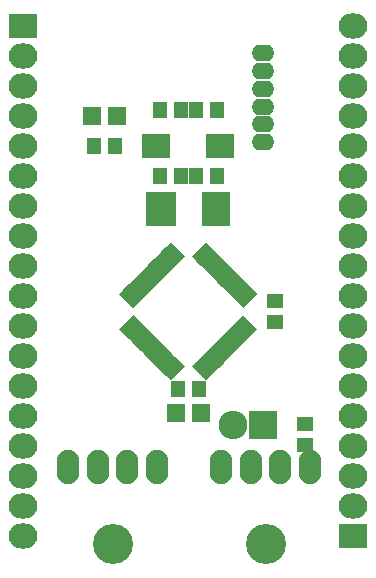
<source format=gbr>
G04 #@! TF.FileFunction,Soldermask,Top*
%FSLAX46Y46*%
G04 Gerber Fmt 4.6, Leading zero omitted, Abs format (unit mm)*
G04 Created by KiCad (PCBNEW 4.0.4-stable) date 11/06/16 21:39:48*
%MOMM*%
%LPD*%
G01*
G04 APERTURE LIST*
%ADD10C,0.100000*%
%ADD11R,1.200000X1.400000*%
%ADD12R,1.598880X1.598880*%
%ADD13O,1.900000X2.900000*%
%ADD14C,3.400000*%
%ADD15R,1.400000X1.200000*%
%ADD16R,2.400000X2.000000*%
%ADD17R,2.600000X3.000000*%
%ADD18R,2.400000X3.000000*%
%ADD19O,1.924000X1.400000*%
%ADD20R,2.432000X2.127200*%
%ADD21O,2.432000X2.127200*%
%ADD22R,2.432000X2.432000*%
%ADD23O,2.432000X2.432000*%
G04 APERTURE END LIST*
D10*
D11*
X14086000Y-9652000D03*
X15886000Y-9652000D03*
X14086000Y-15240000D03*
X15886000Y-15240000D03*
X18934000Y-15240000D03*
X17134000Y-15240000D03*
D12*
X17559020Y-35306000D03*
X15460980Y-35306000D03*
X8348980Y-10160000D03*
X10447020Y-10160000D03*
D13*
X6350000Y-39878000D03*
X8850000Y-39878000D03*
X11350000Y-39878000D03*
X13850000Y-39878000D03*
D14*
X10100000Y-46378000D03*
D13*
X19304000Y-39878000D03*
X21804000Y-39878000D03*
X24304000Y-39878000D03*
X26804000Y-39878000D03*
D14*
X23054000Y-46378000D03*
D11*
X18934000Y-9652000D03*
X17134000Y-9652000D03*
D15*
X23876000Y-27570000D03*
X23876000Y-25770000D03*
D11*
X17410000Y-33274000D03*
X15610000Y-33274000D03*
X8498000Y-12700000D03*
X10298000Y-12700000D03*
D16*
X19210000Y-12700000D03*
X13810000Y-12700000D03*
D10*
G36*
X14547779Y-21278311D02*
X15007398Y-20818692D01*
X16209479Y-22020773D01*
X15749860Y-22480392D01*
X14547779Y-21278311D01*
X14547779Y-21278311D01*
G37*
G36*
X14194226Y-21631864D02*
X14653845Y-21172245D01*
X15855926Y-22374326D01*
X15396307Y-22833945D01*
X14194226Y-21631864D01*
X14194226Y-21631864D01*
G37*
G36*
X13840672Y-21985418D02*
X14300291Y-21525799D01*
X15502372Y-22727880D01*
X15042753Y-23187499D01*
X13840672Y-21985418D01*
X13840672Y-21985418D01*
G37*
G36*
X13487119Y-22338971D02*
X13946738Y-21879352D01*
X15148819Y-23081433D01*
X14689200Y-23541052D01*
X13487119Y-22338971D01*
X13487119Y-22338971D01*
G37*
G36*
X13133566Y-22692524D02*
X13593185Y-22232905D01*
X14795266Y-23434986D01*
X14335647Y-23894605D01*
X13133566Y-22692524D01*
X13133566Y-22692524D01*
G37*
G36*
X12780012Y-23046078D02*
X13239631Y-22586459D01*
X14441712Y-23788540D01*
X13982093Y-24248159D01*
X12780012Y-23046078D01*
X12780012Y-23046078D01*
G37*
G36*
X12426459Y-23399631D02*
X12886078Y-22940012D01*
X14088159Y-24142093D01*
X13628540Y-24601712D01*
X12426459Y-23399631D01*
X12426459Y-23399631D01*
G37*
G36*
X12072905Y-23753185D02*
X12532524Y-23293566D01*
X13734605Y-24495647D01*
X13274986Y-24955266D01*
X12072905Y-23753185D01*
X12072905Y-23753185D01*
G37*
G36*
X11719352Y-24106738D02*
X12178971Y-23647119D01*
X13381052Y-24849200D01*
X12921433Y-25308819D01*
X11719352Y-24106738D01*
X11719352Y-24106738D01*
G37*
G36*
X11365799Y-24460291D02*
X11825418Y-24000672D01*
X13027499Y-25202753D01*
X12567880Y-25662372D01*
X11365799Y-24460291D01*
X11365799Y-24460291D01*
G37*
G36*
X11012245Y-24813845D02*
X11471864Y-24354226D01*
X12673945Y-25556307D01*
X12214326Y-26015926D01*
X11012245Y-24813845D01*
X11012245Y-24813845D01*
G37*
G36*
X10658692Y-25167398D02*
X11118311Y-24707779D01*
X12320392Y-25909860D01*
X11860773Y-26369479D01*
X10658692Y-25167398D01*
X10658692Y-25167398D01*
G37*
G36*
X11118311Y-28632221D02*
X10658692Y-28172602D01*
X11860773Y-26970521D01*
X12320392Y-27430140D01*
X11118311Y-28632221D01*
X11118311Y-28632221D01*
G37*
G36*
X11471864Y-28985774D02*
X11012245Y-28526155D01*
X12214326Y-27324074D01*
X12673945Y-27783693D01*
X11471864Y-28985774D01*
X11471864Y-28985774D01*
G37*
G36*
X11825418Y-29339328D02*
X11365799Y-28879709D01*
X12567880Y-27677628D01*
X13027499Y-28137247D01*
X11825418Y-29339328D01*
X11825418Y-29339328D01*
G37*
G36*
X12178971Y-29692881D02*
X11719352Y-29233262D01*
X12921433Y-28031181D01*
X13381052Y-28490800D01*
X12178971Y-29692881D01*
X12178971Y-29692881D01*
G37*
G36*
X12532524Y-30046434D02*
X12072905Y-29586815D01*
X13274986Y-28384734D01*
X13734605Y-28844353D01*
X12532524Y-30046434D01*
X12532524Y-30046434D01*
G37*
G36*
X12886078Y-30399988D02*
X12426459Y-29940369D01*
X13628540Y-28738288D01*
X14088159Y-29197907D01*
X12886078Y-30399988D01*
X12886078Y-30399988D01*
G37*
G36*
X13239631Y-30753541D02*
X12780012Y-30293922D01*
X13982093Y-29091841D01*
X14441712Y-29551460D01*
X13239631Y-30753541D01*
X13239631Y-30753541D01*
G37*
G36*
X13593185Y-31107095D02*
X13133566Y-30647476D01*
X14335647Y-29445395D01*
X14795266Y-29905014D01*
X13593185Y-31107095D01*
X13593185Y-31107095D01*
G37*
G36*
X13946738Y-31460648D02*
X13487119Y-31001029D01*
X14689200Y-29798948D01*
X15148819Y-30258567D01*
X13946738Y-31460648D01*
X13946738Y-31460648D01*
G37*
G36*
X14300291Y-31814201D02*
X13840672Y-31354582D01*
X15042753Y-30152501D01*
X15502372Y-30612120D01*
X14300291Y-31814201D01*
X14300291Y-31814201D01*
G37*
G36*
X14653845Y-32167755D02*
X14194226Y-31708136D01*
X15396307Y-30506055D01*
X15855926Y-30965674D01*
X14653845Y-32167755D01*
X14653845Y-32167755D01*
G37*
G36*
X15007398Y-32521308D02*
X14547779Y-32061689D01*
X15749860Y-30859608D01*
X16209479Y-31319227D01*
X15007398Y-32521308D01*
X15007398Y-32521308D01*
G37*
G36*
X16810521Y-31319227D02*
X17270140Y-30859608D01*
X18472221Y-32061689D01*
X18012602Y-32521308D01*
X16810521Y-31319227D01*
X16810521Y-31319227D01*
G37*
G36*
X17164074Y-30965674D02*
X17623693Y-30506055D01*
X18825774Y-31708136D01*
X18366155Y-32167755D01*
X17164074Y-30965674D01*
X17164074Y-30965674D01*
G37*
G36*
X17517628Y-30612120D02*
X17977247Y-30152501D01*
X19179328Y-31354582D01*
X18719709Y-31814201D01*
X17517628Y-30612120D01*
X17517628Y-30612120D01*
G37*
G36*
X17871181Y-30258567D02*
X18330800Y-29798948D01*
X19532881Y-31001029D01*
X19073262Y-31460648D01*
X17871181Y-30258567D01*
X17871181Y-30258567D01*
G37*
G36*
X18224734Y-29905014D02*
X18684353Y-29445395D01*
X19886434Y-30647476D01*
X19426815Y-31107095D01*
X18224734Y-29905014D01*
X18224734Y-29905014D01*
G37*
G36*
X18578288Y-29551460D02*
X19037907Y-29091841D01*
X20239988Y-30293922D01*
X19780369Y-30753541D01*
X18578288Y-29551460D01*
X18578288Y-29551460D01*
G37*
G36*
X18931841Y-29197907D02*
X19391460Y-28738288D01*
X20593541Y-29940369D01*
X20133922Y-30399988D01*
X18931841Y-29197907D01*
X18931841Y-29197907D01*
G37*
G36*
X19285395Y-28844353D02*
X19745014Y-28384734D01*
X20947095Y-29586815D01*
X20487476Y-30046434D01*
X19285395Y-28844353D01*
X19285395Y-28844353D01*
G37*
G36*
X19638948Y-28490800D02*
X20098567Y-28031181D01*
X21300648Y-29233262D01*
X20841029Y-29692881D01*
X19638948Y-28490800D01*
X19638948Y-28490800D01*
G37*
G36*
X19992501Y-28137247D02*
X20452120Y-27677628D01*
X21654201Y-28879709D01*
X21194582Y-29339328D01*
X19992501Y-28137247D01*
X19992501Y-28137247D01*
G37*
G36*
X20346055Y-27783693D02*
X20805674Y-27324074D01*
X22007755Y-28526155D01*
X21548136Y-28985774D01*
X20346055Y-27783693D01*
X20346055Y-27783693D01*
G37*
G36*
X20699608Y-27430140D02*
X21159227Y-26970521D01*
X22361308Y-28172602D01*
X21901689Y-28632221D01*
X20699608Y-27430140D01*
X20699608Y-27430140D01*
G37*
G36*
X21159227Y-26369479D02*
X20699608Y-25909860D01*
X21901689Y-24707779D01*
X22361308Y-25167398D01*
X21159227Y-26369479D01*
X21159227Y-26369479D01*
G37*
G36*
X20805674Y-26015926D02*
X20346055Y-25556307D01*
X21548136Y-24354226D01*
X22007755Y-24813845D01*
X20805674Y-26015926D01*
X20805674Y-26015926D01*
G37*
G36*
X20452120Y-25662372D02*
X19992501Y-25202753D01*
X21194582Y-24000672D01*
X21654201Y-24460291D01*
X20452120Y-25662372D01*
X20452120Y-25662372D01*
G37*
G36*
X20098567Y-25308819D02*
X19638948Y-24849200D01*
X20841029Y-23647119D01*
X21300648Y-24106738D01*
X20098567Y-25308819D01*
X20098567Y-25308819D01*
G37*
G36*
X19745014Y-24955266D02*
X19285395Y-24495647D01*
X20487476Y-23293566D01*
X20947095Y-23753185D01*
X19745014Y-24955266D01*
X19745014Y-24955266D01*
G37*
G36*
X19391460Y-24601712D02*
X18931841Y-24142093D01*
X20133922Y-22940012D01*
X20593541Y-23399631D01*
X19391460Y-24601712D01*
X19391460Y-24601712D01*
G37*
G36*
X19037907Y-24248159D02*
X18578288Y-23788540D01*
X19780369Y-22586459D01*
X20239988Y-23046078D01*
X19037907Y-24248159D01*
X19037907Y-24248159D01*
G37*
G36*
X18684353Y-23894605D02*
X18224734Y-23434986D01*
X19426815Y-22232905D01*
X19886434Y-22692524D01*
X18684353Y-23894605D01*
X18684353Y-23894605D01*
G37*
G36*
X18330800Y-23541052D02*
X17871181Y-23081433D01*
X19073262Y-21879352D01*
X19532881Y-22338971D01*
X18330800Y-23541052D01*
X18330800Y-23541052D01*
G37*
G36*
X17977247Y-23187499D02*
X17517628Y-22727880D01*
X18719709Y-21525799D01*
X19179328Y-21985418D01*
X17977247Y-23187499D01*
X17977247Y-23187499D01*
G37*
G36*
X17623693Y-22833945D02*
X17164074Y-22374326D01*
X18366155Y-21172245D01*
X18825774Y-21631864D01*
X17623693Y-22833945D01*
X17623693Y-22833945D01*
G37*
G36*
X17270140Y-22480392D02*
X16810521Y-22020773D01*
X18012602Y-20818692D01*
X18472221Y-21278311D01*
X17270140Y-22480392D01*
X17270140Y-22480392D01*
G37*
D17*
X14210000Y-18034000D03*
D18*
X18810000Y-18034000D03*
D19*
X22860000Y-4826000D03*
X22860000Y-6326000D03*
X22860000Y-7826000D03*
X22860000Y-9326000D03*
X22860000Y-10826000D03*
X22860000Y-12326000D03*
D20*
X2540000Y-2540000D03*
D21*
X2540000Y-5080000D03*
X2540000Y-7620000D03*
X2540000Y-10160000D03*
X2540000Y-12700000D03*
X2540000Y-15240000D03*
X2540000Y-17780000D03*
X2540000Y-20320000D03*
X2540000Y-22860000D03*
X2540000Y-25400000D03*
X2540000Y-27940000D03*
X2540000Y-30480000D03*
X2540000Y-33020000D03*
X2540000Y-35560000D03*
X2540000Y-38100000D03*
X2540000Y-40640000D03*
X2540000Y-43180000D03*
X2540000Y-45720000D03*
D20*
X30480000Y-45720000D03*
D21*
X30480000Y-43180000D03*
X30480000Y-40640000D03*
X30480000Y-38100000D03*
X30480000Y-35560000D03*
X30480000Y-33020000D03*
X30480000Y-30480000D03*
X30480000Y-27940000D03*
X30480000Y-25400000D03*
X30480000Y-22860000D03*
X30480000Y-20320000D03*
X30480000Y-17780000D03*
X30480000Y-15240000D03*
X30480000Y-12700000D03*
X30480000Y-10160000D03*
X30480000Y-7620000D03*
X30480000Y-5080000D03*
X30480000Y-2540000D03*
D22*
X22860000Y-36322000D03*
D23*
X20320000Y-36322000D03*
D15*
X26416000Y-37984000D03*
X26416000Y-36184000D03*
M02*

</source>
